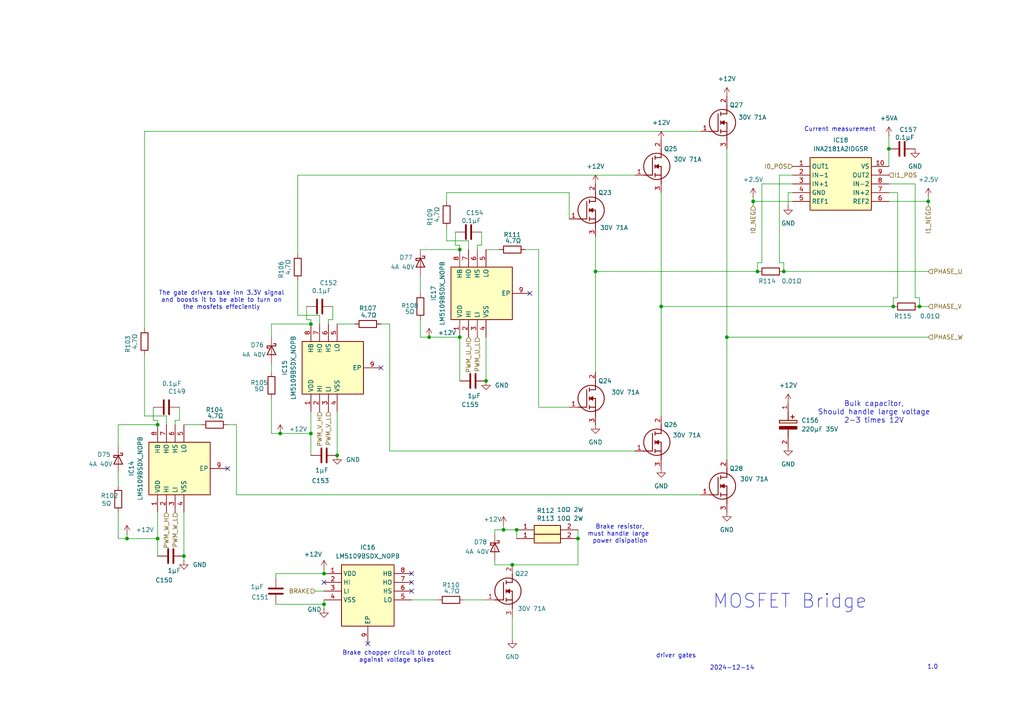
<source format=kicad_sch>
(kicad_sch (version 20231120) (generator "eeschema") (generator_version "8.0")
  (paper "A4")
  (lib_symbols
    (symbol "Device:C" (pin_numbers hide) (pin_names (offset 0.254))
      (property "Reference" "C" (at 0.635 2.54 0))
      (property "Value" "C" (at 0.635 -2.54 0))
      (symbol "C_0_1"
        (polyline (pts (xy -2.032 -0.762) (xy 2.032 -0.762)) (stroke (width 0.508)))
        (polyline (pts (xy -2.032 0.762) (xy 2.032 0.762)) (stroke (width 0.508)))
      )
      (symbol "C_1_1"
        (pin passive line (at 0 3.81 270) (length 2.794) (name "~") (number "1"))
        (pin passive line (at 0 -3.81 90) (length 2.794) (name "~") (number "2"))
      )
    )
    (symbol "Device:D_Schottky" (pin_numbers hide) (pin_names (offset 1.016) hide)
      (property "Reference" "D" (at 0 2.54 0))
      (property "Value" "D_Schottky" (at 0 -2.54 0))
      (symbol "D_Schottky_0_1"
        (polyline (pts (xy 1.27 0) (xy -1.27 0)))
        (polyline (pts (xy 1.27 1.27) (xy 1.27 -1.27) (xy -1.27 0) (xy 1.27 1.27)) (stroke (width 0.254)))
        (polyline (pts (xy -1.905 0.635) (xy -1.905 1.27) (xy -1.27 1.27) (xy -1.27 -1.27) (xy -0.635 -1.27) (xy -0.635 -0.635)) (stroke (width 0.254)))
      )
      (symbol "D_Schottky_1_1"
        (pin passive line (at -3.81 0 0) (length 2.54) (name "K") (number "1"))
        (pin passive line (at 3.81 0 180) (length 2.54) (name "A") (number "2"))
      )
    )
    (symbol "Device:R" (pin_numbers hide) (pin_names (offset 0))
      (property "Reference" "R" (at 2.032 0 90))
      (property "Value" "R" (at 0 0 90))
      (symbol "R_0_1"
        (rectangle (start -1.016 -2.54) (end 1.016 2.54) (stroke (width 0.254)))
      )
      (symbol "R_1_1"
        (pin passive line (at 0 3.81 270) (length 1.27) (name "~") (number "1"))
        (pin passive line (at 0 -3.81 90) (length 1.27) (name "~") (number "2"))
      )
    )
    (symbol "INA2181A2IDGSR:INA2181A2IDGSR"
      (property "Reference" "IC" (at 24.13 7.62 0))
      (property "Value" "INA2181A2IDGSR" (at 24.13 5.08 0))
      (symbol "INA2181A2IDGSR_1_1"
        (rectangle (start 5.08 2.54) (end 22.86 -12.7) (stroke (width 0.254)) (fill (type background)))
        (pin passive line (at 0 0 0) (length 5.08) (name "OUT1") (number "1"))
        (pin passive line (at 27.94 0 180) (length 5.08) (name "VS") (number "10"))
        (pin passive line (at 0 -2.54 0) (length 5.08) (name "IN-1") (number "2"))
        (pin passive line (at 0 -5.08 0) (length 5.08) (name "IN+1") (number "3"))
        (pin passive line (at 0 -7.62 0) (length 5.08) (name "GND") (number "4"))
        (pin passive line (at 0 -10.16 0) (length 5.08) (name "REF1") (number "5"))
        (pin passive line (at 27.94 -10.16 180) (length 5.08) (name "REF2") (number "6"))
        (pin passive line (at 27.94 -7.62 180) (length 5.08) (name "IN+2") (number "7"))
        (pin passive line (at 27.94 -5.08 180) (length 5.08) (name "IN-2") (number "8"))
        (pin passive line (at 27.94 -2.54 180) (length 5.08) (name "OUT2") (number "9"))
      )
    )
    (symbol "IPD047N03LF2SATMA1:IPD047N03LF2SATMA1" (pin_names hide)
      (property "Reference" "Q" (at 11.43 3.81 0))
      (property "Value" "IPD047N03LF2SATMA1" (at 11.43 1.27 0))
      (symbol "IPD047N03LF2SATMA1_1_1"
        (polyline (pts (xy 2.54 0) (xy 5.08 0)) (stroke (width 0.254)))
        (polyline (pts (xy 5.08 5.08) (xy 5.08 0)) (stroke (width 0.254)))
        (polyline (pts (xy 5.842 -0.508) (xy 5.842 0.508)) (stroke (width 0.254)))
        (polyline (pts (xy 5.842 0) (xy 7.62 0)) (stroke (width 0.254)))
        (polyline (pts (xy 5.842 2.032) (xy 5.842 3.048)) (stroke (width 0.254)))
        (polyline (pts (xy 5.842 5.588) (xy 5.842 4.572)) (stroke (width 0.254)))
        (polyline (pts (xy 7.62 2.54) (xy 5.842 2.54)) (stroke (width 0.254)))
        (polyline (pts (xy 7.62 2.54) (xy 7.62 -2.54)) (stroke (width 0.254)))
        (polyline (pts (xy 7.62 5.08) (xy 5.842 5.08)) (stroke (width 0.254)))
        (polyline (pts (xy 7.62 5.08) (xy 7.62 7.62)) (stroke (width 0.254)))
        (polyline (pts (xy 5.842 2.54) (xy 6.858 3.048) (xy 6.858 2.032) (xy 5.842 2.54)) (stroke (width 0.254)) (fill (type outline)))
        (circle (center 6.35 2.54) (radius 3.81) (stroke (width 0.254)))
        (pin passive line (at 0 0 0) (length 2.54) (name "G") (number "1"))
        (pin passive line (at 7.62 10.16 270) (length 2.54) (name "D") (number "2"))
        (pin passive line (at 7.62 -5.08 90) (length 2.54) (name "S") (number "3"))
      )
    )
    (symbol "LM5109BSDX_NOPB:LM5109BSDX_NOPB"
      (property "Reference" "IC" (at 21.59 7.62 0))
      (property "Value" "LM5109BSDX_NOPB" (at 21.59 5.08 0))
      (symbol "LM5109BSDX_NOPB_1_1"
        (rectangle (start 5.08 2.54) (end 20.32 -15.24) (stroke (width 0.254)) (fill (type background)))
        (pin passive line (at 0 0 0) (length 5.08) (name "VDD") (number "1"))
        (pin passive line (at 0 -2.54 0) (length 5.08) (name "HI") (number "2"))
        (pin passive line (at 0 -5.08 0) (length 5.08) (name "LI") (number "3"))
        (pin passive line (at 0 -7.62 0) (length 5.08) (name "VSS") (number "4"))
        (pin passive line (at 25.4 -7.62 180) (length 5.08) (name "LO") (number "5"))
        (pin passive line (at 25.4 -5.08 180) (length 5.08) (name "HS") (number "6"))
        (pin passive line (at 25.4 -2.54 180) (length 5.08) (name "HO") (number "7"))
        (pin passive line (at 25.4 0 180) (length 5.08) (name "HB") (number "8"))
        (pin passive line (at 12.7 -20.32 90) (length 5.08) (name "EP") (number "9"))
      )
    )
    (symbol "MAL215099001E3:MAL215099001E3" (pin_names hide)
      (property "Reference" "C" (at 8.89 6.35 0))
      (property "Value" "MAL215099001E3" (at 8.89 3.81 0))
      (symbol "MAL215099001E3_1_1"
        (polyline (pts (xy 2.54 0) (xy 5.08 0)) (stroke (width 0.254)))
        (polyline (pts (xy 4.064 1.778) (xy 4.064 0.762)) (stroke (width 0.254)))
        (polyline (pts (xy 4.572 1.27) (xy 3.556 1.27)) (stroke (width 0.254)))
        (polyline (pts (xy 7.62 0) (xy 10.16 0)) (stroke (width 0.254)))
        (polyline (pts (xy 7.62 2.54) (xy 7.62 -2.54) (xy 6.858 -2.54) (xy 6.858 2.54) (xy 7.62 2.54)) (stroke (width 0.254)) (fill (type outline)))
        (rectangle (start 5.08 2.54) (end 5.842 -2.54) (stroke (width 0.254)) (fill (type background)))
        (pin passive line (at 0 0 0) (length 2.54) (name "+") (number "1"))
        (pin passive line (at 12.7 0 180) (length 2.54) (name "-") (number "2"))
      )
    )
    (symbol "RCL122510R0FKEG:RCL122510R0FKEG" (pin_names hide)
      (property "Reference" "R" (at 13.97 6.35 0))
      (property "Value" "RCL122510R0FKEG" (at 13.97 3.81 0))
      (symbol "RCL122510R0FKEG_1_1"
        (rectangle (start 5.08 1.27) (end 12.7 -1.27) (stroke (width 0.254)) (fill (type background)))
        (pin passive line (at 0 0 0) (length 5.08) (name "1") (number "1"))
        (pin passive line (at 17.78 0 180) (length 5.08) (name "2") (number "2"))
      )
    )
    (symbol "power:+12V" (power) (pin_numbers hide) (pin_names (offset 0) hide)
      (property "Value" "+12V" (at 0 3.556 0))
      (symbol "+12V_0_1"
        (polyline (pts (xy -0.762 1.27) (xy 0 2.54)))
        (polyline (pts (xy 0 0) (xy 0 2.54)))
        (polyline (pts (xy 0 2.54) (xy 0.762 1.27)))
      )
      (symbol "+12V_1_1"
        (pin power_in line (at 0 0 90) (length 0) (name "~") (number "1"))
      )
    )
    (symbol "power:+2V5" (power) (pin_numbers hide) (pin_names (offset 0) hide)
      (property "Value" "+2V5" (at 0 3.556 0))
      (symbol "+2V5_0_1"
        (polyline (pts (xy -0.762 1.27) (xy 0 2.54)))
        (polyline (pts (xy 0 0) (xy 0 2.54)))
        (polyline (pts (xy 0 2.54) (xy 0.762 1.27)))
      )
      (symbol "+2V5_1_1"
        (pin power_in line (at 0 0 90) (length 0) (name "~") (number "1"))
      )
    )
    (symbol "power:+5V" (power) (pin_numbers hide) (pin_names (offset 0) hide)
      (property "Value" "+5V" (at 0 3.556 0))
      (symbol "+5V_0_1"
        (polyline (pts (xy -0.762 1.27) (xy 0 2.54)))
        (polyline (pts (xy 0 0) (xy 0 2.54)))
        (polyline (pts (xy 0 2.54) (xy 0.762 1.27)))
      )
      (symbol "+5V_1_1"
        (pin power_in line (at 0 0 90) (length 0) (name "~") (number "1"))
      )
    )
    (symbol "power:GND" (power) (pin_numbers hide) (pin_names (offset 0) hide)
      (property "Value" "GND" (at 0 -3.81 0))
      (symbol "GND_0_1"
        (polyline (pts (xy 0 0) (xy 0 -1.27) (xy 1.27 -1.27) (xy 0 -2.54) (xy -1.27 -1.27) (xy 0 -1.27)))
      )
      (symbol "GND_1_1"
        (pin power_in line (at 0 0 270) (length 0) (name "~") (number "1"))
      )
    )
  )
  (junction (at 148.59 163.83))
  (junction (at 167.64 156.21))
  (junction (at 133.35 72.39))
  (junction (at 81.28 125.73))
  (junction (at 266.7 88.9))
  (junction (at 269.24 58.42))
  (junction (at 53.34 161.29))
  (junction (at 90.17 125.73))
  (junction (at 93.98 175.26))
  (junction (at 97.79 132.08))
  (junction (at 227.33 78.74))
  (junction (at 124.46 97.79))
  (junction (at 140.97 110.49))
  (junction (at 90.17 93.98))
  (junction (at 210.82 97.79))
  (junction (at 146.05 153.67))
  (junction (at 259.08 88.9))
  (junction (at 45.72 123.19))
  (junction (at 45.72 156.21))
  (junction (at 133.35 97.79))
  (junction (at 93.98 166.37))
  (junction (at 257.81 43.18))
  (junction (at 191.77 88.9))
  (junction (at 149.86 153.67))
  (junction (at 219.71 78.74))
  (junction (at 172.72 78.74))
  (junction (at 218.44 58.42))
  (junction (at 36.83 156.21))
  (no_connect (at 119.38 171.45))
  (no_connect (at 93.98 168.91))
  (no_connect (at 119.38 166.37))
  (no_connect (at 66.04 135.89))
  (no_connect (at 110.49 106.68))
  (no_connect (at 106.68 186.69))
  (no_connect (at 119.38 168.91))
  (no_connect (at 153.67 85.09))
  (wire (pts (xy 78.74 115.57) (xy 78.74 125.73)))
  (wire (pts (xy 140.97 72.39) (xy 144.78 72.39)))
  (wire (pts (xy 86.36 50.8) (xy 184.15 50.8)))
  (wire (pts (xy 45.72 121.92) (xy 45.72 123.19)))
  (wire (pts (xy 53.34 123.19) (xy 58.42 123.19)))
  (wire (pts (xy 143.51 163.83) (xy 148.59 163.83)))
  (wire (pts (xy 80.01 166.37) (xy 93.98 166.37)))
  (wire (pts (xy 68.58 123.19) (xy 68.58 143.51)))
  (wire (pts (xy 80.01 167.64) (xy 80.01 166.37)))
  (wire (pts (xy 41.91 102.87) (xy 41.91 120.65)))
  (wire (pts (xy 90.17 119.38) (xy 90.17 125.73)))
  (wire (pts (xy 165.1 55.88) (xy 165.1 63.5)))
  (wire (pts (xy 90.17 92.71) (xy 90.17 93.98)))
  (wire (pts (xy 257.81 43.18) (xy 257.81 48.26)))
  (wire (pts (xy 269.24 57.15) (xy 269.24 58.42)))
  (wire (pts (xy 90.17 125.73) (xy 90.17 132.08)))
  (wire (pts (xy 34.29 137.16) (xy 34.29 140.97)))
  (wire (pts (xy 121.92 85.09) (xy 121.92 80.01)))
  (wire (pts (xy 156.21 72.39) (xy 156.21 118.11)))
  (wire (pts (xy 226.06 50.8) (xy 229.87 50.8)))
  (wire (pts (xy 36.83 154.94) (xy 36.83 156.21)))
  (wire (pts (xy 259.08 86.36) (xy 259.08 88.9)))
  (wire (pts (xy 257.81 55.88) (xy 260.35 55.88)))
  (wire (pts (xy 228.6 55.88) (xy 229.87 55.88)))
  (wire (pts (xy 191.77 88.9) (xy 191.77 120.65)))
  (wire (pts (xy 34.29 123.19) (xy 45.72 123.19)))
  (wire (pts (xy 227.33 78.74) (xy 269.24 78.74)))
  (wire (pts (xy 80.01 175.26) (xy 93.98 175.26)))
  (wire (pts (xy 132.08 71.12) (xy 133.35 71.12)))
  (wire (pts (xy 91.44 171.45) (xy 93.98 171.45)))
  (wire (pts (xy 266.7 88.9) (xy 269.24 88.9)))
  (wire (pts (xy 34.29 156.21) (xy 36.83 156.21)))
  (wire (pts (xy 124.46 97.79) (xy 133.35 97.79)))
  (wire (pts (xy 172.72 78.74) (xy 219.71 78.74)))
  (wire (pts (xy 93.98 175.26) (xy 93.98 173.99)))
  (wire (pts (xy 257.81 53.34) (xy 265.43 53.34)))
  (wire (pts (xy 226.06 76.2) (xy 227.33 76.2)))
  (wire (pts (xy 139.7 71.12) (xy 138.43 71.12)))
  (wire (pts (xy 269.24 59.69) (xy 269.24 58.42)))
  (wire (pts (xy 86.36 91.44) (xy 86.36 81.28)))
  (wire (pts (xy 149.86 153.67) (xy 149.86 156.21)))
  (wire (pts (xy 121.92 97.79) (xy 121.92 92.71)))
  (wire (pts (xy 139.7 67.31) (xy 139.7 71.12)))
  (wire (pts (xy 121.92 97.79) (xy 124.46 97.79)))
  (wire (pts (xy 219.71 76.2) (xy 219.71 78.74)))
  (wire (pts (xy 226.06 50.8) (xy 226.06 76.2)))
  (wire (pts (xy 143.51 153.67) (xy 143.51 154.94)))
  (wire (pts (xy 172.72 68.58) (xy 172.72 78.74)))
  (wire (pts (xy 90.17 93.98) (xy 78.74 93.98)))
  (wire (pts (xy 134.62 173.99) (xy 140.97 173.99)))
  (wire (pts (xy 41.91 38.1) (xy 203.2 38.1)))
  (wire (pts (xy 140.97 97.79) (xy 140.97 110.49)))
  (wire (pts (xy 138.43 71.12) (xy 138.43 72.39)))
  (wire (pts (xy 133.35 97.79) (xy 133.35 110.49)))
  (wire (pts (xy 220.98 53.34) (xy 220.98 76.2)))
  (wire (pts (xy 36.83 156.21) (xy 45.72 156.21)))
  (wire (pts (xy 96.52 92.71) (xy 95.25 92.71)))
  (wire (pts (xy 96.52 92.71) (xy 96.52 88.9)))
  (wire (pts (xy 143.51 162.56) (xy 143.51 163.83)))
  (wire (pts (xy 129.54 58.42) (xy 129.54 55.88)))
  (wire (pts (xy 34.29 148.59) (xy 34.29 156.21)))
  (wire (pts (xy 45.72 161.29) (xy 45.72 156.21)))
  (wire (pts (xy 44.45 121.92) (xy 45.72 121.92)))
  (wire (pts (xy 210.82 97.79) (xy 210.82 133.35)))
  (wire (pts (xy 191.77 55.88) (xy 191.77 88.9)))
  (wire (pts (xy 129.54 55.88) (xy 165.1 55.88)))
  (wire (pts (xy 121.92 72.39) (xy 133.35 72.39)))
  (wire (pts (xy 191.77 88.9) (xy 259.08 88.9)))
  (wire (pts (xy 167.64 163.83) (xy 167.64 156.21)))
  (wire (pts (xy 90.17 125.73) (xy 81.28 125.73)))
  (wire (pts (xy 218.44 59.69) (xy 218.44 58.42)))
  (wire (pts (xy 218.44 58.42) (xy 229.87 58.42)))
  (wire (pts (xy 228.6 55.88) (xy 228.6 59.69)))
  (wire (pts (xy 156.21 118.11) (xy 165.1 118.11)))
  (wire (pts (xy 220.98 53.34) (xy 229.87 53.34)))
  (wire (pts (xy 257.81 39.37) (xy 257.81 43.18)))
  (wire (pts (xy 146.05 153.67) (xy 146.05 152.4)))
  (wire (pts (xy 257.81 58.42) (xy 269.24 58.42)))
  (wire (pts (xy 78.74 107.95) (xy 78.74 105.41)))
  (wire (pts (xy 88.9 88.9) (xy 88.9 92.71)))
  (wire (pts (xy 78.74 93.98) (xy 78.74 97.79)))
  (wire (pts (xy 53.34 162.56) (xy 53.34 161.29)))
  (wire (pts (xy 260.35 55.88) (xy 260.35 86.36)))
  (wire (pts (xy 93.98 165.1) (xy 93.98 166.37)))
  (wire (pts (xy 88.9 92.71) (xy 90.17 92.71)))
  (wire (pts (xy 135.89 69.85) (xy 129.54 69.85)))
  (wire (pts (xy 93.98 176.53) (xy 93.98 175.26)))
  (wire (pts (xy 132.08 67.31) (xy 132.08 71.12)))
  (wire (pts (xy 135.89 72.39) (xy 135.89 69.85)))
  (wire (pts (xy 220.98 76.2) (xy 219.71 76.2)))
  (wire (pts (xy 218.44 57.15) (xy 218.44 58.42)))
  (wire (pts (xy 260.35 86.36) (xy 259.08 86.36)))
  (wire (pts (xy 227.33 76.2) (xy 227.33 78.74)))
  (wire (pts (xy 41.91 38.1) (xy 41.91 95.25)))
  (wire (pts (xy 68.58 143.51) (xy 203.2 143.51)))
  (wire (pts (xy 95.25 93.98) (xy 95.25 92.71)))
  (wire (pts (xy 129.54 69.85) (xy 129.54 66.04)))
  (wire (pts (xy 92.71 91.44) (xy 92.71 93.98)))
  (wire (pts (xy 113.03 130.81) (xy 184.15 130.81)))
  (wire (pts (xy 148.59 163.83) (xy 167.64 163.83)))
  (wire (pts (xy 133.35 71.12) (xy 133.35 72.39)))
  (wire (pts (xy 66.04 123.19) (xy 68.58 123.19)))
  (wire (pts (xy 52.07 118.11) (xy 52.07 121.92)))
  (wire (pts (xy 265.43 86.36) (xy 266.7 86.36)))
  (wire (pts (xy 148.59 179.07) (xy 148.59 185.42)))
  (wire (pts (xy 50.8 121.92) (xy 50.8 123.19)))
  (wire (pts (xy 86.36 91.44) (xy 92.71 91.44)))
  (wire (pts (xy 34.29 123.19) (xy 34.29 129.54)))
  (wire (pts (xy 172.72 78.74) (xy 172.72 107.95)))
  (wire (pts (xy 110.49 93.98) (xy 113.03 93.98)))
  (wire (pts (xy 48.26 120.65) (xy 48.26 123.19)))
  (wire (pts (xy 113.03 93.98) (xy 113.03 130.81)))
  (wire (pts (xy 167.64 153.67) (xy 167.64 156.21)))
  (wire (pts (xy 119.38 173.99) (xy 127 173.99)))
  (wire (pts (xy 210.82 43.18) (xy 210.82 97.79)))
  (wire (pts (xy 97.79 93.98) (xy 102.87 93.98)))
  (wire (pts (xy 146.05 153.67) (xy 143.51 153.67)))
  (wire (pts (xy 152.4 72.39) (xy 156.21 72.39)))
  (wire (pts (xy 81.28 125.73) (xy 78.74 125.73)))
  (wire (pts (xy 86.36 73.66) (xy 86.36 50.8)))
  (wire (pts (xy 53.34 148.59) (xy 53.34 161.29)))
  (wire (pts (xy 45.72 156.21) (xy 45.72 148.59)))
  (wire (pts (xy 146.05 153.67) (xy 149.86 153.67)))
  (wire (pts (xy 266.7 86.36) (xy 266.7 88.9)))
  (wire (pts (xy 210.82 97.79) (xy 269.24 97.79)))
  (wire (pts (xy 41.91 120.65) (xy 48.26 120.65)))
  (wire (pts (xy 52.07 121.92) (xy 50.8 121.92)))
  (wire (pts (xy 97.79 119.38) (xy 97.79 132.08)))
  (wire (pts (xy 44.45 118.11) (xy 44.45 121.92)))
  (wire (pts (xy 265.43 53.34) (xy 265.43 86.36)))
  (text "1.0" (at 270.51 193.548 0) (effects (font (size 1.27 1.27))))
  (text "Brake resistor,\nmust handle large \npower disipation" (at 179.832 154.94 0) (effects (font (size 1.27 1.27))))
  (text "The gate drivers take inn 3.3V signal\nand boosts it to be able to turn on\nthe mosfets effeciently" (at 64.262 87.122 0) (effects (font (size 1.27 1.27))))
  (text "Brake chopper circuit to protect\nagainst voltage spikes" (at 115.062 190.5 0) (effects (font (size 1.27 1.27))))
  (text "MOSFET Bridge\n" (at 229.108 174.498 0) (effects (font (size 4 4))))
  (text "driver gates" (at 196.088 190.246 0) (effects (font (size 1.27 1.27))))
  (text "2024-12-14" (at 212.344 193.802 0) (effects (font (size 1.27 1.27))))
  (text "Current measurement" (at 243.586 37.592 0) (effects (font (size 1.27 1.27))))
  (text "Bulk capacitor,\nShould handle large voltage\n2-3 times 12V\n" (at 253.492 119.634 0) (effects (font (size 1.5 1.5))))
  (hierarchical_label "PHASE_V" (shape input) (at 269.24 88.9 0))
  (hierarchical_label "I0_NEG" (shape input) (at 218.44 59.69 270))
  (hierarchical_label "PHASE_W" (shape input) (at 269.24 97.79 0))
  (hierarchical_label "BRAKE" (shape input) (at 91.44 171.45 180))
  (hierarchical_label "PWM_U_H" (shape input) (at 135.89 97.79 270))
  (hierarchical_label "I1_POS" (shape input) (at 257.81 50.8 0))
  (hierarchical_label "PWM_V_H" (shape input) (at 92.71 119.38 270))
  (hierarchical_label "PWM_W_L" (shape input) (at 50.8 148.59 270))
  (hierarchical_label "I1_NEG" (shape input) (at 269.24 59.69 270))
  (hierarchical_label "PWM_W_H" (shape input) (at 48.26 148.59 270))
  (hierarchical_label "PHASE_U" (shape input) (at 269.24 78.74 0))
  (hierarchical_label "PWM_V_L" (shape input) (at 95.25 119.38 270))
  (hierarchical_label "PWM_U_L" (shape input) (at 138.43 97.79 270))
  (hierarchical_label "I0_POS" (shape input) (at 229.87 48.26 180))
  (symbol (lib_id "power:GND") (at 97.79 132.08 0) (unit 1)
    (property "Reference" "#PWR0306" (effects (hide yes)))
    (property "Value" "GND" (at 100.33 133.3499 0) (effects (justify left)))
    (property "Description" "Power symbol creates a global label with name \"GND\" , ground" (effects (hide yes)))
    (instances (project "motordriver" (path "" (reference "#PWR0306") (unit 1)) (path "" (reference "#PWR06") (unit 1)) (path "" (reference "#PWR0230") (unit 1))))
  )
  (symbol (lib_id "Device:R") (at 41.91 99.06 180) (unit 1)
    (property "Reference" "R103" (at 37.084 99.822 90))
    (property "Value" "4.7Ω" (at 39.116 99.06 90))
    (property "Footprint" "Resistor_SMD:R_0603_1608Metric" (effects (hide yes)))
    (property "Description" "Resistor" (effects (hide yes)))
    (instances (project "motordriver" (path "" (reference "R103") (unit 1)) (path "" (reference "R2") (unit 1)) (path "" (reference "R77") (unit 1))))
  )
  (symbol (lib_id "IPD047N03LF2SATMA1:IPD047N03LF2SATMA1") (at 165.1 118.11 0) (unit 1)
    (property "Reference" "Q24" (at 173.482 110.49 0) (effects (justify left)))
    (property "Value" "30V 71A" (at 177.292 113.792 0) (effects (justify left)))
    (property "Footprint" "kuben-footprints:IPD047N03LF2SATMA1" (effects (hide yes)))
    (property "Datasheet" "https://www.infineon.com/dgdl/Infineon-IPD047N03LF2S-DataSheet-v01_00-EN.pdf?fileId=8ac78c8c92416ca50192b89c5f296484" (effects (hide yes)))
    (property "Description" "N-Channel 30 V 71A (Tc) 65W (Tc) Surface Mount PG-TO252-3" (effects (hide yes)))
    (property "Description_1" "N-Channel 30 V 71A (Tc) 65W (Tc) Surface Mount PG-TO252-3" (effects (hide yes)))
    (property "Height" "2.52" (effects (hide yes)))
    (property "Manufacturer_Name" "Infineon" (effects (hide yes)))
    (property "Manufacturer_Part_Number" "IPD047N03LF2SATMA1" (effects (hide yes)))
    (instances (project "motordriver" (path "" (reference "Q24") (unit 1)) (path "" (reference "Q3") (unit 1)) (path "" (reference "Q17") (unit 1))))
  )
  (symbol (lib_id "Device:D_Schottky") (at 34.29 133.35 270) (unit 1)
    (property "Reference" "D75" (at 28.194 131.826 90) (effects (justify left)))
    (property "Value" "4A 40V" (at 25.654 134.62 90) (effects (justify left)))
    (property "Footprint" "kuben-footprints:DIOM7959X262N" (effects (hide yes)))
    (property "Description" "Schottky diode" (effects (hide yes)))
    (property "Height" "2.62" (effects (hide yes)))
    (property "Mouser Part Number" "78-SL44HE3_B/I" (effects (hide yes)))
    (property "Mouser Price/Stock" "https://www.mouser.com/Search/Refine.aspx?Keyword=78-SL44HE3_B%2FI" (effects (hide yes)))
    (property "Manufacturer_Name" "Vishay" (effects (hide yes)))
    (property "Manufacturer_Part_Number" "SL44HE3_B/I" (effects (hide yes)))
    (instances (project "" (path "" (reference "D75") (unit 1)) (path "" (reference "D1") (unit 1)) (path "" (reference "D53") (unit 1))))
  )
  (symbol (lib_id "power:+12V") (at 228.6 116.84 0) (unit 1)
    (property "Reference" "#PWR0319" (effects (hide yes)))
    (property "Value" "+12V" (at 228.6 111.76 0))
    (property "Description" "Power symbol creates a global label with name \"+12V\"" (effects (hide yes)))
    (instances (project "motordriver" (path "" (reference "#PWR0319") (unit 1)) (path "" (reference "#PWR019") (unit 1)) (path "" (reference "#PWR0243") (unit 1))))
  )
  (symbol (lib_id "Device:R") (at 34.29 144.78 180) (unit 1)
    (property "Reference" "R102" (at 29.21 143.764 0) (effects (justify right)))
    (property "Value" "5Ω" (at 29.464 146.05 0) (effects (justify right)))
    (property "Footprint" "Resistor_SMD:R_0603_1608Metric" (effects (hide yes)))
    (property "Description" "Resistor" (effects (hide yes)))
    (instances (project "motordriver" (path "" (reference "R102") (unit 1)) (path "" (reference "R1") (unit 1)) (path "" (reference "R76") (unit 1))))
  )
  (symbol (lib_id "power:GND") (at 265.43 43.18 0) (unit 1)
    (property "Reference" "#PWR0322" (effects (hide yes)))
    (property "Value" "GND" (at 265.43 48.26 0))
    (property "Description" "Power symbol creates a global label with name \"GND\" , ground" (effects (hide yes)))
    (instances (project "motordriver" (path "" (reference "#PWR0322") (unit 1)) (path "" (reference "#PWR022") (unit 1)) (path "" (reference "#PWR0246") (unit 1))))
  )
  (symbol (lib_id "Device:R") (at 86.36 77.47 180) (unit 1)
    (property "Reference" "R106" (at 81.534 78.232 90))
    (property "Value" "4.7Ω" (at 83.566 77.47 90))
    (property "Footprint" "Resistor_SMD:R_0603_1608Metric" (effects (hide yes)))
    (property "Description" "Resistor" (effects (hide yes)))
    (instances (project "motordriver" (path "" (reference "R106") (unit 1)) (path "" (reference "R5") (unit 1)) (path "" (reference "R80") (unit 1))))
  )
  (symbol (lib_id "Device:D_Schottky") (at 78.74 101.6 270) (unit 1)
    (property "Reference" "D76" (at 72.644 100.076 90) (effects (justify left)))
    (property "Value" "4A 40V" (at 70.104 102.87 90) (effects (justify left)))
    (property "Footprint" "kuben-footprints:DIOM7959X262N" (effects (hide yes)))
    (property "Description" "Schottky diode" (effects (hide yes)))
    (property "Height" "2.62" (effects (hide yes)))
    (property "Mouser Part Number" "78-SL44HE3_B/I" (effects (hide yes)))
    (property "Mouser Price/Stock" "https://www.mouser.com/Search/Refine.aspx?Keyword=78-SL44HE3_B%2FI" (effects (hide yes)))
    (property "Manufacturer_Name" "Vishay" (effects (hide yes)))
    (property "Manufacturer_Part_Number" "SL44HE3_B/I" (effects (hide yes)))
    (instances (project "motordriver" (path "" (reference "D76") (unit 1)) (path "" (reference "D2") (unit 1)) (path "" (reference "D54") (unit 1))))
  )
  (symbol (lib_id "power:GND") (at 93.98 176.53 0) (unit 1)
    (property "Reference" "#PWR0305" (effects (hide yes)))
    (property "Value" "GND" (at 89.154 176.784 0) (effects (justify left)))
    (property "Description" "Power symbol creates a global label with name \"GND\" , ground" (effects (hide yes)))
    (instances (project "motordriver" (path "" (reference "#PWR0305") (unit 1)) (path "" (reference "#PWR05") (unit 1)) (path "" (reference "#PWR0229") (unit 1))))
  )
  (symbol (lib_id "IPD047N03LF2SATMA1:IPD047N03LF2SATMA1") (at 184.15 50.8 0) (unit 1)
    (property "Reference" "Q25" (at 192.532 43.18 0) (effects (justify left)))
    (property "Value" "30V 71A" (at 195.326 46.228 0) (effects (justify left)))
    (property "Footprint" "kuben-footprints:IPD047N03LF2SATMA1" (effects (hide yes)))
    (property "Datasheet" "https://www.infineon.com/dgdl/Infineon-IPD047N03LF2S-DataSheet-v01_00-EN.pdf?fileId=8ac78c8c92416ca50192b89c5f296484" (effects (hide yes)))
    (property "Description" "N-Channel 30 V 71A (Tc) 65W (Tc) Surface Mount PG-TO252-3" (effects (hide yes)))
    (property "Description_1" "N-Channel 30 V 71A (Tc) 65W (Tc) Surface Mount PG-TO252-3" (effects (hide yes)))
    (property "Height" "2.52" (effects (hide yes)))
    (property "Manufacturer_Name" "Infineon" (effects (hide yes)))
    (property "Manufacturer_Part_Number" "IPD047N03LF2SATMA1" (effects (hide yes)))
    (instances (project "motordriver" (path "" (reference "Q25") (unit 1)) (path "" (reference "Q4") (unit 1)) (path "" (reference "Q18") (unit 1))))
  )
  (symbol (lib_id "power:+12V") (at 172.72 53.34 0) (unit 1)
    (property "Reference" "#PWR0311" (effects (hide yes)))
    (property "Value" "+12V" (at 172.72 48.26 0))
    (property "Description" "Power symbol creates a global label with name \"+12V\"" (effects (hide yes)))
    (instances (project "" (path "" (reference "#PWR0311") (unit 1)) (path "" (reference "#PWR011") (unit 1)) (path "" (reference "#PWR0235") (unit 1))))
  )
  (symbol (lib_id "Device:R") (at 223.52 78.74 270) (unit 1)
    (property "Reference" "R114" (at 222.504 81.534 90))
    (property "Value" "0.01Ω" (at 229.616 81.534 90))
    (property "Footprint" "Resistor_SMD:R_0603_1608Metric" (effects (hide yes)))
    (property "Description" "Resistor" (effects (hide yes)))
    (instances (project "motordriver" (path "" (reference "R114") (unit 1)) (path "" (reference "R13") (unit 1)) (path "" (reference "R88") (unit 1))))
  )
  (symbol (lib_id "LM5109BSDX_NOPB:LM5109BSDX_NOPB") (at 90.17 119.38 90) (unit 1)
    (property "Reference" "IC15" (at 82.55 106.68 0))
    (property "Value" "LM5109BSDX_NOPB" (at 85.09 106.68 0))
    (property "Footprint" "kuben-footprints:SON80P400X400X80-9N" (effects (hide yes)))
    (property "Datasheet" "http://www.ti.com/lit/gpn/LM5109B" (effects (hide yes)))
    (property "Description" "High Voltage 1A Peak Half Bridge Gate Driver" (effects (hide yes)))
    (property "Height" "0.8" (effects (hide yes)))
    (property "Mouser Part Number" "926-LM5109BSDX/NOPB" (effects (hide yes)))
    (property "Mouser Price/Stock" "https://www.mouser.co.uk/ProductDetail/Texas-Instruments/LM5109BSDX-NOPB?qs=QbsRYf82W3F6fMiLbkf%252BhQ%3D%3D" (effects (hide yes)))
    (property "Manufacturer_Name" "Texas Instruments" (effects (hide yes)))
    (property "Manufacturer_Part_Number" "LM5109BSDX/NOPB" (effects (hide yes)))
    (instances (project "" (path "" (reference "IC15") (unit 1)) (path "" (reference "IC2") (unit 1)) (path "" (reference "IC10") (unit 1))))
  )
  (symbol (lib_id "LM5109BSDX_NOPB:LM5109BSDX_NOPB") (at 133.35 97.79 90) (unit 1)
    (property "Reference" "IC17" (at 125.73 85.09 0))
    (property "Value" "LM5109BSDX_NOPB" (at 128.27 85.09 0))
    (property "Footprint" "kuben-footprints:SON80P400X400X80-9N" (effects (hide yes)))
    (property "Datasheet" "http://www.ti.com/lit/gpn/LM5109B" (effects (hide yes)))
    (property "Description" "High Voltage 1A Peak Half Bridge Gate Driver" (effects (hide yes)))
    (property "Height" "0.8" (effects (hide yes)))
    (property "Mouser Part Number" "926-LM5109BSDX/NOPB" (effects (hide yes)))
    (property "Mouser Price/Stock" "https://www.mouser.co.uk/ProductDetail/Texas-Instruments/LM5109BSDX-NOPB?qs=QbsRYf82W3F6fMiLbkf%252BhQ%3D%3D" (effects (hide yes)))
    (property "Manufacturer_Name" "Texas Instruments" (effects (hide yes)))
    (property "Manufacturer_Part_Number" "LM5109BSDX/NOPB" (effects (hide yes)))
    (instances (project "motordriver" (path "" (reference "IC17") (unit 1)) (path "" (reference "IC4") (unit 1)) (path "" (reference "IC12") (unit 1))))
  )
  (symbol (lib_id "power:+12V") (at 36.83 154.94 0) (unit 1)
    (property "Reference" "#PWR0301" (effects (hide yes)))
    (property "Value" "+12V" (at 39.37 153.6699 0) (effects (justify left)))
    (property "Description" "Power symbol creates a global label with name \"+12V\"" (effects (hide yes)))
    (instances (project "motordriver" (path "" (reference "#PWR0301") (unit 1)) (path "" (reference "#PWR01") (unit 1)) (path "" (reference "#PWR0225") (unit 1))))
  )
  (symbol (lib_id "Device:C") (at 137.16 110.49 90) (unit 1)
    (property "Reference" "C155" (at 138.938 117.348 90) (effects (justify left)))
    (property "Value" "1µF" (at 139.446 114.808 90) (effects (justify left)))
    (property "Footprint" "Capacitor_SMD:C_0603_1608Metric" (effects (hide yes)))
    (property "Description" "Unpolarized capacitor" (effects (hide yes)))
    (instances (project "motordriver" (path "" (reference "C155") (unit 1)) (path "" (reference "C7") (unit 1)) (path "" (reference "C118") (unit 1))))
  )
  (symbol (lib_id "power:GND") (at 228.6 59.69 0) (unit 1)
    (property "Reference" "#PWR0318" (effects (hide yes)))
    (property "Value" "GND" (at 228.6 64.77 0))
    (property "Description" "Power symbol creates a global label with name \"GND\" , ground" (effects (hide yes)))
    (instances (project "motordriver" (path "" (reference "#PWR0318") (unit 1)) (path "" (reference "#PWR018") (unit 1)) (path "" (reference "#PWR0242") (unit 1))))
  )
  (symbol (lib_id "power:GND") (at 148.59 185.42 0) (unit 1)
    (property "Reference" "#PWR0310" (effects (hide yes)))
    (property "Value" "GND" (at 148.59 190.5 0))
    (property "Description" "Power symbol creates a global label with name \"GND\" , ground" (effects (hide yes)))
    (instances (project "motordriver" (path "" (reference "#PWR0310") (unit 1)) (path "" (reference "#PWR010") (unit 1)) (path "" (reference "#PWR0234") (unit 1))))
  )
  (symbol (lib_id "RCL122510R0FKEG:RCL122510R0FKEG") (at 149.86 153.67 0) (unit 1)
    (property "Reference" "R112" (at 158.242 148.082 0))
    (property "Value" "10Ω 2W" (at 165.354 147.828 0))
    (property "Footprint" "kuben-footprints:RESC3263X80N" (effects (hide yes)))
    (property "Datasheet" "https://www.vishay.com/docs/20046/rcle3.pdf" (effects (hide yes)))
    (property "Description" "Thick Film Resistors - SMD 2watt 10ohm 1% 100ppm 1225" (effects (hide yes)))
    (property "Height" "0.8" (effects (hide yes)))
    (property "Mouser Part Number" "71-RCL122510R0FKEG" (effects (hide yes)))
    (property "Mouser Price/Stock" "https://www.mouser.co.uk/ProductDetail/Vishay-Draloric/RCL122510R0FKEG?qs=QwB9ozptyc3uL4Q2bD20CQ%3D%3D" (effects (hide yes)))
    (property "Manufacturer_Name" "Vishay" (effects (hide yes)))
    (property "Manufacturer_Part_Number" "RCL122510R0FKEG" (effects (hide yes)))
    (instances (project "" (path "" (reference "R112") (unit 1)) (path "" (reference "R11") (unit 1)) (path "" (reference "R86") (unit 1))))
  )
  (symbol (lib_id "MAL215099001E3:MAL215099001E3") (at 228.6 116.84 270) (unit 1)
    (property "Reference" "C156" (at 232.41 121.9199 90) (effects (justify left)))
    (property "Value" "220µF 35V" (at 232.41 124.4599 90) (effects (justify left)))
    (property "Footprint" "kuben-footprints:CAPAE1050X1050N" (effects (hide yes)))
    (property "Description" "Aluminum Electrolytic Capacitors - SMD 220uF 35volts" (effects (hide yes)))
    (property "Height" "10.5" (effects (hide yes)))
    (property "Mouser Part Number" "594-MAL215099001E3" (effects (hide yes)))
    (property "Mouser Price/Stock" "https://www.mouser.co.uk/ProductDetail/Vishay-BC-Components/MAL215099001E3?qs=Ep9Lwju7gVqiNejX6ixLsw%3D%3D" (effects (hide yes)))
    (property "Manufacturer_Name" "Vishay" (effects (hide yes)))
    (property "Manufacturer_Part_Number" "MAL215099001E3" (effects (hide yes)))
    (instances (project "motordriver" (path "" (reference "C156") (unit 1)) (path "" (reference "C8") (unit 1)) (path "" (reference "C119") (unit 1))))
  )
  (symbol (lib_id "power:GND") (at 191.77 135.89 0) (unit 1)
    (property "Reference" "#PWR0314" (effects (hide yes)))
    (property "Value" "GND" (at 191.77 140.97 0))
    (property "Description" "Power symbol creates a global label with name \"GND\" , ground" (effects (hide yes)))
    (instances (project "motordriver" (path "" (reference "#PWR0314") (unit 1)) (path "" (reference "#PWR014") (unit 1)) (path "" (reference "#PWR0238") (unit 1))))
  )
  (symbol (lib_id "Device:R") (at 130.81 173.99 270) (unit 1)
    (property "Reference" "R110" (at 130.81 169.672 90))
    (property "Value" "4.7Ω" (at 131.064 171.45 90))
    (property "Footprint" "Resistor_SMD:R_0603_1608Metric" (effects (hide yes)))
    (property "Description" "Resistor" (effects (hide yes)))
    (instances (project "motordriver" (path "" (reference "R110") (unit 1)) (path "" (reference "R9") (unit 1)) (path "" (reference "R84") (unit 1))))
  )
  (symbol (lib_id "Device:R") (at 121.92 88.9 180) (unit 1)
    (property "Reference" "R108" (at 118.872 88.646 0))
    (property "Value" "5Ω" (at 118.872 90.424 0))
    (property "Footprint" "Resistor_SMD:R_0603_1608Metric" (effects (hide yes)))
    (property "Description" "Resistor" (effects (hide yes)))
    (instances (project "motordriver" (path "" (reference "R108") (unit 1)) (path "" (reference "R7") (unit 1)) (path "" (reference "R82") (unit 1))))
  )
  (symbol (lib_id "IPD047N03LF2SATMA1:IPD047N03LF2SATMA1") (at 165.1 63.5 0) (unit 1)
    (property "Reference" "Q23" (at 173.482 55.88 0) (effects (justify left)))
    (property "Value" "30V 71A" (at 173.99 66.04 0) (effects (justify left)))
    (property "Footprint" "kuben-footprints:IPD047N03LF2SATMA1" (effects (hide yes)))
    (property "Datasheet" "https://www.infineon.com/dgdl/Infineon-IPD047N03LF2S-DataSheet-v01_00-EN.pdf?fileId=8ac78c8c92416ca50192b89c5f296484" (effects (hide yes)))
    (property "Description" "N-Channel 30 V 71A (Tc) 65W (Tc) Surface Mount PG-TO252-3" (effects (hide yes)))
    (property "Description_1" "N-Channel 30 V 71A (Tc) 65W (Tc) Surface Mount PG-TO252-3" (effects (hide yes)))
    (property "Height" "2.52" (effects (hide yes)))
    (property "Manufacturer_Name" "Infineon" (effects (hide yes)))
    (property "Manufacturer_Part_Number" "IPD047N03LF2SATMA1" (effects (hide yes)))
    (instances (project "motordriver" (path "" (reference "Q23") (unit 1)) (path "" (reference "Q2") (unit 1)) (path "" (reference "Q16") (unit 1))))
  )
  (symbol (lib_id "Device:C") (at 261.62 43.18 270) (unit 1)
    (property "Reference" "C157" (at 260.858 37.592 90) (effects (justify left)))
    (property "Value" "0.1µF" (at 259.588 39.878 90) (effects (justify left)))
    (property "Footprint" "Capacitor_SMD:C_0603_1608Metric" (effects (hide yes)))
    (property "Description" "Unpolarized capacitor" (effects (hide yes)))
    (instances (project "motordriver" (path "" (reference "C157") (unit 1)) (path "" (reference "C9") (unit 1)) (path "" (reference "C120") (unit 1))))
  )
  (symbol (lib_id "IPD047N03LF2SATMA1:IPD047N03LF2SATMA1") (at 203.2 38.1 0) (unit 1)
    (property "Reference" "Q27" (at 211.582 30.48 0) (effects (justify left)))
    (property "Value" "30V 71A" (at 214.122 34.036 0) (effects (justify left)))
    (property "Footprint" "kuben-footprints:IPD047N03LF2SATMA1" (effects (hide yes)))
    (property "Datasheet" "https://www.infineon.com/dgdl/Infineon-IPD047N03LF2S-DataSheet-v01_00-EN.pdf?fileId=8ac78c8c92416ca50192b89c5f296484" (effects (hide yes)))
    (property "Description" "N-Channel 30 V 71A (Tc) 65W (Tc) Surface Mount PG-TO252-3" (effects (hide yes)))
    (property "Description_1" "N-Channel 30 V 71A (Tc) 65W (Tc) Surface Mount PG-TO252-3" (effects (hide yes)))
    (property "Height" "2.52" (effects (hide yes)))
    (property "Manufacturer_Name" "Infineon" (effects (hide yes)))
    (property "Manufacturer_Part_Number" "IPD047N03LF2SATMA1" (effects (hide yes)))
    (instances (project "motordriver" (path "" (reference "Q27") (unit 1)) (path "" (reference "Q6") (unit 1)) (path "" (reference "Q20") (unit 1))))
  )
  (symbol (lib_id "power:+12V") (at 210.82 27.94 0) (unit 1)
    (property "Reference" "#PWR0315" (effects (hide yes)))
    (property "Value" "+12V" (at 210.82 22.86 0))
    (property "Description" "Power symbol creates a global label with name \"+12V\"" (effects (hide yes)))
    (instances (project "motordriver" (path "" (reference "#PWR0315") (unit 1)) (path "" (reference "#PWR015") (unit 1)) (path "" (reference "#PWR0239") (unit 1))))
  )
  (symbol (lib_id "power:GND") (at 172.72 123.19 0) (unit 1)
    (property "Reference" "#PWR0312" (effects (hide yes)))
    (property "Value" "GND" (at 172.72 128.27 0))
    (property "Description" "Power symbol creates a global label with name \"GND\" , ground" (effects (hide yes)))
    (instances (project "motordriver" (path "" (reference "#PWR0312") (unit 1)) (path "" (reference "#PWR012") (unit 1)) (path "" (reference "#PWR0236") (unit 1))))
  )
  (symbol (lib_id "power:+12V") (at 191.77 40.64 0) (unit 1)
    (property "Reference" "#PWR0313" (effects (hide yes)))
    (property "Value" "+12V" (at 191.77 35.56 0))
    (property "Description" "Power symbol creates a global label with name \"+12V\"" (effects (hide yes)))
    (instances (project "motordriver" (path "" (reference "#PWR0313") (unit 1)) (path "" (reference "#PWR013") (unit 1)) (path "" (reference "#PWR0237") (unit 1))))
  )
  (symbol (lib_id "Device:C") (at 48.26 118.11 270) (unit 1)
    (property "Reference" "C149" (at 48.768 113.538 90) (effects (justify left)))
    (property "Value" "0.1µF" (at 46.99 111.252 90) (effects (justify left)))
    (property "Footprint" "Capacitor_SMD:C_0603_1608Metric" (effects (hide yes)))
    (property "Description" "Unpolarized capacitor" (effects (hide yes)))
    (instances (project "motordriver" (path "" (reference "C149") (unit 1)) (path "" (reference "C1") (unit 1)) (path "" (reference "C112") (unit 1))))
  )
  (symbol (lib_id "power:+2V5") (at 218.44 57.15 0) (unit 1)
    (property "Reference" "#PWR0317" (effects (hide yes)))
    (property "Value" "+2.5V" (at 218.44 52.07 0))
    (property "Description" "Power symbol creates a global label with name \"+2V5\"" (effects (hide yes)))
    (instances (project "" (path "" (reference "#PWR0317") (unit 1)) (path "" (reference "#PWR017") (unit 1)) (path "" (reference "#PWR0241") (unit 1))))
  )
  (symbol (lib_id "Device:C") (at 93.98 132.08 90) (unit 1)
    (property "Reference" "C153" (at 95.504 139.446 90) (effects (justify left)))
    (property "Value" "1µF" (at 95.25 136.398 90) (effects (justify left)))
    (property "Footprint" "Capacitor_SMD:C_0603_1608Metric" (effects (hide yes)))
    (property "Description" "Unpolarized capacitor" (effects (hide yes)))
    (instances (project "motordriver" (path "" (reference "C153") (unit 1)) (path "" (reference "C5") (unit 1)) (path "" (reference "C116") (unit 1))))
  )
  (symbol (lib_id "power:+12V") (at 93.98 165.1 0) (unit 1)
    (property "Reference" "#PWR0304" (effects (hide yes)))
    (property "Value" "+12V" (at 88.138 160.782 0) (effects (justify left)))
    (property "Description" "Power symbol creates a global label with name \"+12V\"" (effects (hide yes)))
    (instances (project "motordriver" (path "" (reference "#PWR0304") (unit 1)) (path "" (reference "#PWR04") (unit 1)) (path "" (reference "#PWR0228") (unit 1))))
  )
  (symbol (lib_id "Device:C") (at 92.71 88.9 270) (unit 1)
    (property "Reference" "C152" (at 92.71 82.042 90) (effects (justify left)))
    (property "Value" "0.1µF" (at 90.424 84.328 90) (effects (justify left)))
    (property "Footprint" "Capacitor_SMD:C_0603_1608Metric" (effects (hide yes)))
    (property "Description" "Unpolarized capacitor" (effects (hide yes)))
    (instances (project "motordriver" (path "" (reference "C152") (unit 1)) (path "" (reference "C4") (unit 1)) (path "" (reference "C115") (unit 1))))
  )
  (symbol (lib_id "IPD047N03LF2SATMA1:IPD047N03LF2SATMA1") (at 184.15 130.81 0) (unit 1)
    (property "Reference" "Q26" (at 192.532 123.19 0) (effects (justify left)))
    (property "Value" "30V 71A" (at 195.072 126.238 0) (effects (justify left)))
    (property "Footprint" "kuben-footprints:IPD047N03LF2SATMA1" (effects (hide yes)))
    (property "Datasheet" "https://www.infineon.com/dgdl/Infineon-IPD047N03LF2S-DataSheet-v01_00-EN.pdf?fileId=8ac78c8c92416ca50192b89c5f296484" (effects (hide yes)))
    (property "Description" "N-Channel 30 V 71A (Tc) 65W (Tc) Surface Mount PG-TO252-3" (effects (hide yes)))
    (property "Description_1" "N-Channel 30 V 71A (Tc) 65W (Tc) Surface Mount PG-TO252-3" (effects (hide yes)))
    (property "Height" "2.52" (effects (hide yes)))
    (property "Manufacturer_Name" "Infineon" (effects (hide yes)))
    (property "Manufacturer_Part_Number" "IPD047N03LF2SATMA1" (effects (hide yes)))
    (instances (project "motordriver" (path "" (reference "Q26") (unit 1)) (path "" (reference "Q5") (unit 1)) (path "" (reference "Q19") (unit 1))))
  )
  (symbol (lib_id "Device:R") (at 129.54 62.23 180) (unit 1)
    (property "Reference" "R109" (at 124.714 62.992 90))
    (property "Value" "4.7Ω" (at 126.746 62.23 90))
    (property "Footprint" "Resistor_SMD:R_0603_1608Metric" (effects (hide yes)))
    (property "Description" "Resistor" (effects (hide yes)))
    (instances (project "motordriver" (path "" (reference "R109") (unit 1)) (path "" (reference "R8") (unit 1)) (path "" (reference "R83") (unit 1))))
  )
  (symbol (lib_id "Device:C") (at 135.89 67.31 270) (unit 1)
    (property "Reference" "C154" (at 135.128 61.722 90) (effects (justify left)))
    (property "Value" "0.1µF" (at 133.858 64.008 90) (effects (justify left)))
    (property "Footprint" "Capacitor_SMD:C_0603_1608Metric" (effects (hide yes)))
    (property "Description" "Unpolarized capacitor" (effects (hide yes)))
    (instances (project "motordriver" (path "" (reference "C154") (unit 1)) (path "" (reference "C6") (unit 1)) (path "" (reference "C117") (unit 1))))
  )
  (symbol (lib_id "Device:R") (at 62.23 123.19 270) (unit 1)
    (property "Reference" "R104" (at 62.23 118.872 90))
    (property "Value" "4.7Ω" (at 62.484 120.65 90))
    (property "Footprint" "Resistor_SMD:R_0603_1608Metric" (effects (hide yes)))
    (property "Description" "Resistor" (effects (hide yes)))
    (instances (project "motordriver" (path "" (reference "R104") (unit 1)) (path "" (reference "R3") (unit 1)) (path "" (reference "R78") (unit 1))))
  )
  (symbol (lib_id "power:GND") (at 210.82 148.59 0) (unit 1)
    (property "Reference" "#PWR0316" (effects (hide yes)))
    (property "Value" "GND" (at 210.82 153.67 0))
    (property "Description" "Power symbol creates a global label with name \"GND\" , ground" (effects (hide yes)))
    (instances (project "motordriver" (path "" (reference "#PWR0316") (unit 1)) (path "" (reference "#PWR016") (unit 1)) (path "" (reference "#PWR0240") (unit 1))))
  )
  (symbol (lib_id "power:GND") (at 140.97 110.49 0) (unit 1)
    (property "Reference" "#PWR0308" (effects (hide yes)))
    (property "Value" "GND" (at 143.51 111.7599 0) (effects (justify left)))
    (property "Description" "Power symbol creates a global label with name \"GND\" , ground" (effects (hide yes)))
    (instances (project "motordriver" (path "" (reference "#PWR0308") (unit 1)) (path "" (reference "#PWR08") (unit 1)) (path "" (reference "#PWR0232") (unit 1))))
  )
  (symbol (lib_id "Device:R") (at 262.89 88.9 270) (unit 1)
    (property "Reference" "R115" (at 261.874 91.694 90))
    (property "Value" "0.01Ω" (at 269.748 91.694 90))
    (property "Footprint" "Resistor_SMD:R_0603_1608Metric" (effects (hide yes)))
    (property "Description" "Resistor" (effects (hide yes)))
    (instances (project "motordriver" (path "" (reference "R115") (unit 1)) (path "" (reference "R14") (unit 1)) (path "" (reference "R89") (unit 1))))
  )
  (symbol (lib_id "IPD047N03LF2SATMA1:IPD047N03LF2SATMA1") (at 203.2 143.51 0) (unit 1)
    (property "Reference" "Q28" (at 211.582 135.89 0) (effects (justify left)))
    (property "Value" "30V 71A" (at 214.63 138.938 0) (effects (justify left)))
    (property "Footprint" "kuben-footprints:IPD047N03LF2SATMA1" (effects (hide yes)))
    (property "Datasheet" "https://www.infineon.com/dgdl/Infineon-IPD047N03LF2S-DataSheet-v01_00-EN.pdf?fileId=8ac78c8c92416ca50192b89c5f296484" (effects (hide yes)))
    (property "Description" "N-Channel 30 V 71A (Tc) 65W (Tc) Surface Mount PG-TO252-3" (effects (hide yes)))
    (property "Description_1" "N-Channel 30 V 71A (Tc) 65W (Tc) Surface Mount PG-TO252-3" (effects (hide yes)))
    (property "Height" "2.52" (effects (hide yes)))
    (property "Manufacturer_Name" "Infineon" (effects (hide yes)))
    (property "Manufacturer_Part_Number" "IPD047N03LF2SATMA1" (effects (hide yes)))
    (instances (project "motordriver" (path "" (reference "Q28") (unit 1)) (path "" (reference "Q7") (unit 1)) (path "" (reference "Q21") (unit 1))))
  )
  (symbol (lib_id "LM5109BSDX_NOPB:LM5109BSDX_NOPB") (at 45.72 148.59 90) (unit 1)
    (property "Reference" "IC14" (at 38.1 135.89 0))
    (property "Value" "LM5109BSDX_NOPB" (at 40.64 135.89 0))
    (property "Footprint" "kuben-footprints:SON80P400X400X80-9N" (effects (hide yes)))
    (property "Datasheet" "http://www.ti.com/lit/gpn/LM5109B" (effects (hide yes)))
    (property "Description" "High Voltage 1A Peak Half Bridge Gate Driver" (effects (hide yes)))
    (property "Height" "0.8" (effects (hide yes)))
    (property "Mouser Part Number" "926-LM5109BSDX/NOPB" (effects (hide yes)))
    (property "Mouser Price/Stock" "https://www.mouser.co.uk/ProductDetail/Texas-Instruments/LM5109BSDX-NOPB?qs=QbsRYf82W3F6fMiLbkf%252BhQ%3D%3D" (effects (hide yes)))
    (property "Manufacturer_Name" "Texas Instruments" (effects (hide yes)))
    (property "Manufacturer_Part_Number" "LM5109BSDX/NOPB" (effects (hide yes)))
    (instances (project "motordriver" (path "" (reference "IC14") (unit 1)) (path "" (reference "IC1") (unit 1)) (path "" (reference "IC9") (unit 1))))
  )
  (symbol (lib_id "Device:C") (at 49.53 161.29 90) (unit 1)
    (property "Reference" "C150" (at 50.165 168.275 90) (effects (justify left)))
    (property "Value" "1µF" (at 52.451 165.481 90) (effects (justify left)))
    (property "Footprint" "Capacitor_SMD:C_0603_1608Metric" (effects (hide yes)))
    (property "Description" "Unpolarized capacitor" (effects (hide yes)))
    (instances (project "" (path "" (reference "C150") (unit 1)) (path "" (reference "C2") (unit 1)) (path "" (reference "C113") (unit 1))))
  )
  (symbol (lib_id "power:GND") (at 53.34 162.56 0) (unit 1)
    (property "Reference" "#PWR0302" (effects (hide yes)))
    (property "Value" "GND" (at 55.88 163.8299 0) (effects (justify left)))
    (property "Description" "Power symbol creates a global label with name \"GND\" , ground" (effects (hide yes)))
    (instances (project "motordriver" (path "" (reference "#PWR0302") (unit 1)) (path "" (reference "#PWR02") (unit 1)) (path "" (reference "#PWR0226") (unit 1))))
  )
  (symbol (lib_id "power:+12V") (at 124.46 97.79 0) (unit 1)
    (property "Reference" "#PWR0307" (effects (hide yes)))
    (property "Value" "+12V" (at 127 96.5199 0) (effects (justify left)))
    (property "Description" "Power symbol creates a global label with name \"+12V\"" (effects (hide yes)))
    (instances (project "motordriver" (path "" (reference "#PWR0307") (unit 1)) (path "" (reference "#PWR07") (unit 1)) (path "" (reference "#PWR0231") (unit 1))))
  )
  (symbol (lib_id "Device:C") (at 80.01 171.45 0) (unit 1)
    (property "Reference" "C151" (at 72.898 173.228 0) (effects (justify left)))
    (property "Value" "1µF" (at 72.644 170.18 0) (effects (justify left)))
    (property "Footprint" "Capacitor_SMD:C_0603_1608Metric" (effects (hide yes)))
    (property "Description" "Unpolarized capacitor" (effects (hide yes)))
    (instances (project "motordriver" (path "" (reference "C151") (unit 1)) (path "" (reference "C3") (unit 1)) (path "" (reference "C114") (unit 1))))
  )
  (symbol (lib_id "power:+5V") (at 257.81 39.37 0) (unit 1)
    (property "Reference" "#PWR0321" (effects (hide yes)))
    (property "Value" "+5VA" (at 257.81 34.29 0))
    (property "Description" "Power symbol creates a global label with name \"+5V\"" (effects (hide yes)))
    (instances (project "" (path "" (reference "#PWR0321") (unit 1)) (path "" (reference "#PWR021") (unit 1)) (path "" (reference "#PWR0245") (unit 1))))
  )
  (symbol (lib_id "INA2181A2IDGSR:INA2181A2IDGSR") (at 229.87 48.26 0) (unit 1)
    (property "Reference" "IC18" (at 243.84 40.64 0))
    (property "Value" "INA2181A2IDGSR" (at 243.84 43.18 0))
    (property "Footprint" "kuben-footprints:SOP50P490X110-10N" (effects (hide yes)))
    (property "Datasheet" "http://www.ti.com/lit/gpn/ina2181" (effects (hide yes)))
    (property "Description" "Dual Channel, 26V, Bi-Directional, Low-/High-Side Voltage Output Current Sense Amp" (effects (hide yes)))
    (property "Height" "1.1" (effects (hide yes)))
    (property "Manufacturer_Name" "Texas Instruments" (effects (hide yes)))
    (property "Manufacturer_Part_Number" "INA2181A2IDGSR" (effects (hide yes)))
    (property "Arrow Part Number" "INA2181A2IDGSR" (effects (hide yes)))
    (property "Arrow Price/Stock" "https://www.arrow.com/en/products/ina2181a2idgsr/texas-instruments?region=nac" (effects (hide yes)))
    (property "Mouser Part Number" "595-INA2181A2IDGSR" (effects (hide yes)))
    (property "Mouser Price/Stock" "https://www.mouser.co.uk/ProductDetail/Texas-Instruments/INA2181A2IDGSR?qs=j%252B1pi9TdxUbSc7%2FF4x4s3g%3D%3D" (effects (hide yes)))
    (instances (project "" (path "" (reference "IC18") (unit 1)) (path "" (reference "IC5") (unit 1)) (path "" (reference "IC13") (unit 1))))
  )
  (symbol (lib_id "power:+2V5") (at 269.24 57.15 0) (unit 1)
    (property "Reference" "#PWR0323" (effects (hide yes)))
    (property "Value" "+2.5V" (at 269.24 52.07 0))
    (property "Description" "Power symbol creates a global label with name \"+2V5\"" (effects (hide yes)))
    (instances (project "motordriver" (path "" (reference "#PWR0323") (unit 1)) (path "" (reference "#PWR023") (unit 1)) (path "" (reference "#PWR0247") (unit 1))))
  )
  (symbol (lib_id "power:+12V") (at 146.05 152.4 0) (unit 1)
    (property "Reference" "#PWR0309" (effects (hide yes)))
    (property "Value" "+12V" (at 140.208 150.622 0) (effects (justify left)))
    (property "Description" "Power symbol creates a global label with name \"+12V\"" (effects (hide yes)))
    (instances (project "motordriver" (path "" (reference "#PWR0309") (unit 1)) (path "" (reference "#PWR09") (unit 1)) (path "" (reference "#PWR0233") (unit 1))))
  )
  (symbol (lib_id "RCL122510R0FKEG:RCL122510R0FKEG") (at 149.86 156.21 0) (unit 1)
    (property "Reference" "R113" (at 158.242 150.368 0))
    (property "Value" "10Ω 2W" (at 165.354 150.368 0))
    (property "Footprint" "kuben-footprints:RESC3263X80N" (effects (hide yes)))
    (property "Datasheet" "https://www.vishay.com/docs/20046/rcle3.pdf" (effects (hide yes)))
    (property "Description" "Thick Film Resistors - SMD 2watt 10ohm 1% 100ppm 1225" (effects (hide yes)))
    (property "Height" "0.8" (effects (hide yes)))
    (property "Mouser Part Number" "71-RCL122510R0FKEG" (effects (hide yes)))
    (property "Mouser Price/Stock" "https://www.mouser.co.uk/ProductDetail/Vishay-Draloric/RCL122510R0FKEG?qs=QwB9ozptyc3uL4Q2bD20CQ%3D%3D" (effects (hide yes)))
    (property "Manufacturer_Name" "Vishay" (effects (hide yes)))
    (property "Manufacturer_Part_Number" "RCL122510R0FKEG" (effects (hide yes)))
    (instances (project "motordriver" (path "" (reference "R113") (unit 1)) (path "" (reference "R12") (unit 1)) (path "" (reference "R87") (unit 1))))
  )
  (symbol (lib_id "power:+12V") (at 81.28 125.73 0) (unit 1)
    (property "Reference" "#PWR0303" (effects (hide yes)))
    (property "Value" "+12V" (at 83.82 124.4599 0) (effects (justify left)))
    (property "Description" "Power symbol creates a global label with name \"+12V\"" (effects (hide yes)))
    (instances (project "motordriver" (path "" (reference "#PWR0303") (unit 1)) (path "" (reference "#PWR03") (unit 1)) (path "" (reference "#PWR0227") (unit 1))))
  )
  (symbol (lib_id "Device:D_Schottky") (at 143.51 158.75 270) (unit 1)
    (property "Reference" "D78" (at 137.414 157.226 90) (effects (justify left)))
    (property "Value" "4A 40V" (at 134.874 160.02 90) (effects (justify left)))
    (property "Footprint" "kuben-footprints:DIOM7959X262N" (effects (hide yes)))
    (property "Description" "Schottky diode" (effects (hide yes)))
    (property "Height" "2.62" (effects (hide yes)))
    (property "Mouser Part Number" "78-SL44HE3_B/I" (effects (hide yes)))
    (property "Mouser Price/Stock" "https://www.mouser.com/Search/Refine.aspx?Keyword=78-SL44HE3_B%2FI" (effects (hide yes)))
    (property "Manufacturer_Name" "Vishay" (effects (hide yes)))
    (property "Manufacturer_Part_Number" "SL44HE3_B/I" (effects (hide yes)))
    (instances (project "motordriver" (path "" (reference "D78") (unit 1)) (path "" (reference "D4") (unit 1)) (path "" (reference "D56") (unit 1))))
  )
  (symbol (lib_id "LM5109BSDX_NOPB:LM5109BSDX_NOPB") (at 93.98 166.37 0) (unit 1)
    (property "Reference" "IC16" (at 106.68 158.75 0))
    (property "Value" "LM5109BSDX_NOPB" (at 106.68 161.29 0))
    (property "Footprint" "kuben-footprints:SON80P400X400X80-9N" (effects (hide yes)))
    (property "Datasheet" "http://www.ti.com/lit/gpn/LM5109B" (effects (hide yes)))
    (property "Description" "High Voltage 1A Peak Half Bridge Gate Driver" (effects (hide yes)))
    (property "Height" "0.8" (effects (hide yes)))
    (property "Mouser Part Number" "926-LM5109BSDX/NOPB" (effects (hide yes)))
    (property "Mouser Price/Stock" "https://www.mouser.co.uk/ProductDetail/Texas-Instruments/LM5109BSDX-NOPB?qs=QbsRYf82W3F6fMiLbkf%252BhQ%3D%3D" (effects (hide yes)))
    (property "Manufacturer_Name" "Texas Instruments" (effects (hide yes)))
    (property "Manufacturer_Part_Number" "LM5109BSDX/NOPB" (effects (hide yes)))
    (instances (project "motordriver" (path "" (reference "IC16") (unit 1)) (path "" (reference "IC3") (unit 1)) (path "" (reference "IC11") (unit 1))))
  )
  (symbol (lib_id "Device:R") (at 106.68 93.98 270) (unit 1)
    (property "Reference" "R107" (at 106.68 89.408 90))
    (property "Value" "4.7Ω" (at 106.934 91.44 90))
    (property "Footprint" "Resistor_SMD:R_0603_1608Metric" (effects (hide yes)))
    (property "Description" "Resistor" (effects (hide yes)))
    (instances (project "motordriver" (path "" (reference "R107") (unit 1)) (path "" (reference "R6") (unit 1)) (path "" (reference "R81") (unit 1))))
  )
  (symbol (lib_id "Device:D_Schottky") (at 121.92 76.2 270) (unit 1)
    (property "Reference" "D77" (at 115.824 74.676 90) (effects (justify left)))
    (property "Value" "4A 40V" (at 113.284 77.47 90) (effects (justify left)))
    (property "Footprint" "kuben-footprints:DIOM7959X262N" (effects (hide yes)))
    (property "Description" "Schottky diode" (effects (hide yes)))
    (property "Height" "2.62" (effects (hide yes)))
    (property "Mouser Part Number" "78-SL44HE3_B/I" (effects (hide yes)))
    (property "Mouser Price/Stock" "https://www.mouser.com/Search/Refine.aspx?Keyword=78-SL44HE3_B%2FI" (effects (hide yes)))
    (property "Manufacturer_Name" "Vishay" (effects (hide yes)))
    (property "Manufacturer_Part_Number" "SL44HE3_B/I" (effects (hide yes)))
    (instances (project "motordriver" (path "" (reference "D77") (unit 1)) (path "" (reference "D3") (unit 1)) (path "" (reference "D55") (unit 1))))
  )
  (symbol (lib_id "IPD047N03LF2SATMA1:IPD047N03LF2SATMA1") (at 140.97 173.99 0) (unit 1)
    (property "Reference" "Q22" (at 149.352 166.37 0) (effects (justify left)))
    (property "Value" "30V 71A" (at 150.114 176.53 0) (effects (justify left)))
    (property "Footprint" "kuben-footprints:IPD047N03LF2SATMA1" (effects (hide yes)))
    (property "Datasheet" "https://www.infineon.com/dgdl/Infineon-IPD047N03LF2S-DataSheet-v01_00-EN.pdf?fileId=8ac78c8c92416ca50192b89c5f296484" (effects (hide yes)))
    (property "Description" "N-Channel 30 V 71A (Tc) 65W (Tc) Surface Mount PG-TO252-3" (effects (hide yes)))
    (property "Description_1" "N-Channel 30 V 71A (Tc) 65W (Tc) Surface Mount PG-TO252-3" (effects (hide yes)))
    (property "Height" "2.52" (effects (hide yes)))
    (property "Manufacturer_Name" "Infineon" (effects (hide yes)))
    (property "Manufacturer_Part_Number" "IPD047N03LF2SATMA1" (effects (hide yes)))
    (instances (project "motordriver" (path "" (reference "Q22") (unit 1)) (path "" (reference "Q1") (unit 1)) (path "" (reference "Q15") (unit 1))))
  )
  (symbol (lib_id "Device:R") (at 148.59 72.39 270) (unit 1)
    (property "Reference" "R111" (at 148.59 68.072 90))
    (property "Value" "4.7Ω" (at 148.844 69.85 90))
    (property "Footprint" "Resistor_SMD:R_0603_1608Metric" (effects (hide yes)))
    (property "Description" "Resistor" (effects (hide yes)))
    (instances (project "motordriver" (path "" (reference "R111") (unit 1)) (path "" (reference "R10") (unit 1)) (path "" (reference "R85") (unit 1))))
  )
  (symbol (lib_id "Device:R") (at 78.74 111.76 180) (unit 1)
    (property "Reference" "R105" (at 75.184 110.998 0))
    (property "Value" "5Ω" (at 75.184 112.776 0))
    (property "Footprint" "Resistor_SMD:R_0603_1608Metric" (effects (hide yes)))
    (property "Description" "Resistor" (effects (hide yes)))
    (instances (project "motordriver" (path "" (reference "R105") (unit 1)) (path "" (reference "R4") (unit 1)) (path "" (reference "R79") (unit 1))))
  )
  (symbol (lib_id "power:GND") (at 228.6 129.54 0) (unit 1)
    (property "Reference" "#PWR0320" (effects (hide yes)))
    (property "Value" "GND" (at 228.6 134.62 0))
    (property "Description" "Power symbol creates a global label with name \"GND\" , ground" (effects (hide yes)))
    (instances (project "motordriver" (path "" (reference "#PWR0320") (unit 1)) (path "" (reference "#PWR020") (unit 1)) (path "" (reference "#PWR0244") (unit 1))))
  )
)
</source>
